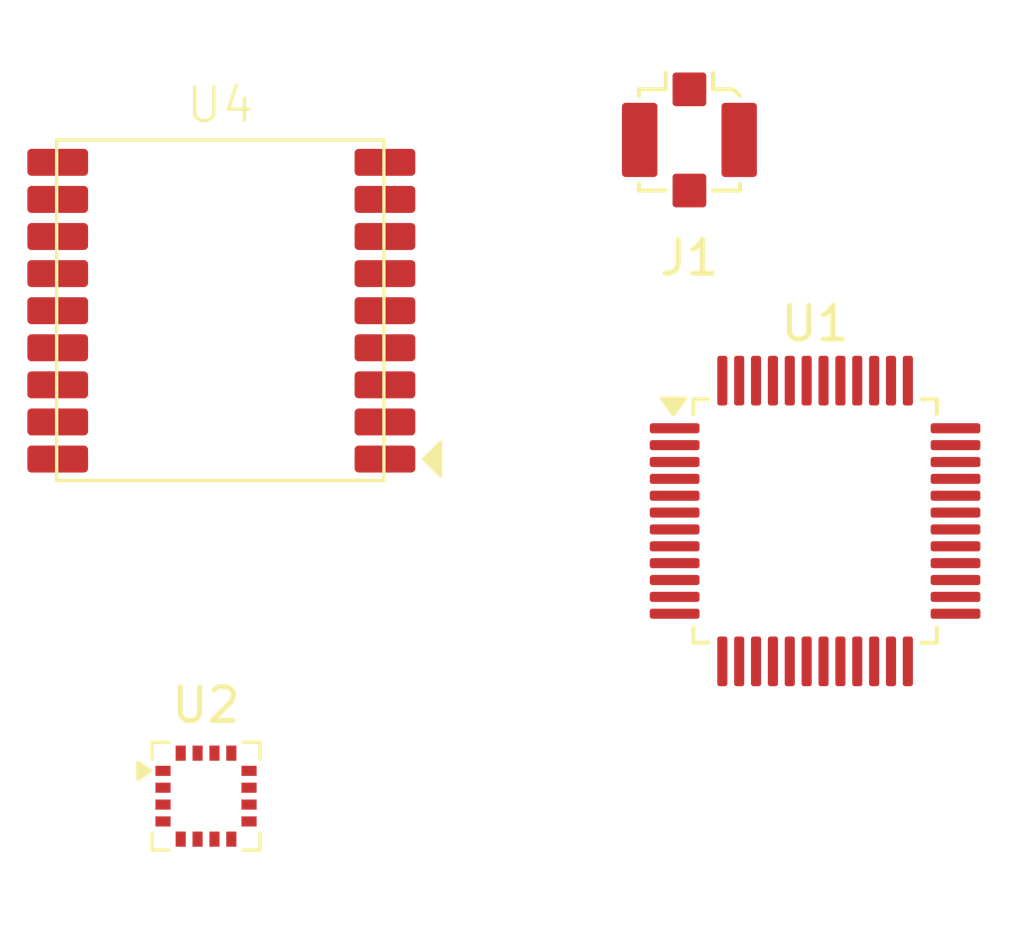
<source format=kicad_pcb>
(kicad_pcb (version 20241229) (generator "pcbnew") (generator_version "9.0")
  (layers (0 "F.Cu" signal) (2 "B.Cu" signal) (13 "F.Paste" user) (15 "B.Paste" user) (5 "F.SilkS" user "F.Silkscreen") (7 "B.SilkS" user "B.Silkscreen") (1 "F.Mask" user) (3 "B.Mask" user) (25 "Edge.Cuts" user))
  (net 0 "")
  (net 4 "/Controller/MCU_nRST")
  (net 5 "/Controller/RTC_OSCOUT")
  (net 7 "/Controller/MCU_OSCIN")
  (net 10 "/Controller/MCU_OSCOUT")
  (net 18 "GND")
  (net 21 "/Controller/RTC_OSCIN")
  (net 24 "+3.3V")
  (net 26 "/Controller/SWDIO")
  (net 31 "/Controller/MCU_BOOT0")
  (net 37 "+BATT")
  (net 39 "/Controller/DIAG_LED_PC13")
  (net 41 "/Controller/SWDCLK")
  (net 43 "SDA")
  (net 44 "SCK")
  (net 45 "Net-(U2-C1)")
  (footprint "Package_LGA:LGA-16_3x3mm_P0.5mm" (layer "F.Cu") (at 130.196 94.9975)
    (property "Reference" "U2" (at 0 -2.7 0) (layer "F.SilkS"))
    (property "Value" "QMC5883P")
    (fp_line (start -1.6 -1.6) (end -1.6 -1.1) (stroke (width 0.1)) (layer "F.SilkS"))
    (fp_line (start -1.6 -1.6) (end -1.1 -1.6) (stroke (width 0.1)) (layer "F.SilkS"))
    (fp_line (start -1.6 1.6) (end -1.6 1.1) (stroke (width 0.1)) (layer "F.SilkS"))
    (fp_line (start -1.6 1.6) (end -1.1 1.6) (stroke (width 0.1)) (layer "F.SilkS"))
    (fp_line (start 1.1 -1.6) (end 1.6 -1.6) (stroke (width 0.1)) (layer "F.SilkS"))
    (fp_line (start 1.6 -1.6) (end 1.6 -1.1) (stroke (width 0.1)) (layer "F.SilkS"))
    (fp_line (start 1.6 1.6) (end 1.1 1.6) (stroke (width 0.1)) (layer "F.SilkS"))
    (fp_line (start 1.6 1.6) (end 1.6 1.1) (stroke (width 0.1)) (layer "F.SilkS"))
    (fp_poly (pts (xy -1.675 -0.75) (xy -2.011 -0.51) (xy -2.011 -0.99) (xy -1.675 -0.75)) (stroke (width 0.12)) (fill yes) (layer "F.SilkS"))
    (pad "1" smd rect (at -1.275 -0.75 90) (size 0.3 0.45) (layers "F.Cu" "F.Mask" "F.Paste") (net 44 "SCK"))
    (pad "2" smd rect (at -1.275 -0.25 90) (size 0.3 0.45) (layers "F.Cu" "F.Mask" "F.Paste") (net 24 "+3.3V"))
    (pad "3" smd rect (at -1.275 0.25 90) (size 0.3 0.45) (layers "F.Cu" "F.Mask" "F.Paste"))
    (pad "4" smd rect (at -1.275 0.75 90) (size 0.3 0.45) (layers "F.Cu" "F.Mask" "F.Paste"))
    (pad "5" smd rect (at -0.75 1.275) (size 0.3 0.45) (layers "F.Cu" "F.Mask" "F.Paste"))
    (pad "6" smd rect (at -0.25 1.275) (size 0.3 0.45) (layers "F.Cu" "F.Mask" "F.Paste"))
    (pad "7" smd rect (at 0.25 1.275) (size 0.3 0.45) (layers "F.Cu" "F.Mask" "F.Paste"))
    (pad "8" smd rect (at 0.75 1.275) (size 0.3 0.45) (layers "F.Cu" "F.Mask" "F.Paste"))
    (pad "9" smd rect (at 1.275 0.75 90) (size 0.3 0.45) (layers "F.Cu" "F.Mask" "F.Paste") (net 18 "GND"))
    (pad "10" smd rect (at 1.275 0.25 90) (size 0.3 0.45) (layers "F.Cu" "F.Mask" "F.Paste") (net 45 "Net-(U2-C1)"))
    (pad "11" smd rect (at 1.275 -0.25 90) (size 0.3 0.45) (layers "F.Cu" "F.Mask" "F.Paste") (net 18 "GND"))
    (pad "12" smd rect (at 1.275 -0.75 90) (size 0.3 0.45) (layers "F.Cu" "F.Mask" "F.Paste"))
    (pad "13" smd rect (at 0.75 -1.275) (size 0.3 0.45) (layers "F.Cu" "F.Mask" "F.Paste"))
    (pad "14" smd rect (at 0.25 -1.275) (size 0.3 0.45) (layers "F.Cu" "F.Mask" "F.Paste"))
    (pad "15" smd rect (at -0.25 -1.275) (size 0.3 0.45) (layers "F.Cu" "F.Mask" "F.Paste"))
    (pad "16" smd rect (at -0.75 -1.275) (size 0.3 0.45) (layers "F.Cu" "F.Mask" "F.Paste") (net 43 "SDA"))
  )
  (footprint "ICs:ATGM336H_SMD_9.7x10.1mm" (layer "F.Cu") (at 130.619162 80.635948)
    (property "Reference" "U4" (at 0 -6.135948 0) (layer "F.SilkS") (effects (font (thickness 0.1))))
    (property "Value" "ATGM336H-5N31")
    (fp_rect (start -4.85 -5.1) (end 4.85 5) (stroke (width 0.1)) (fill no) (layer "F.SilkS"))
    (fp_poly (pts (xy 6.527296 3.863525) (xy 6.527296 4.863525) (xy 6.027296 4.363525)) (stroke (width 0.1)) (fill yes) (layer "F.SilkS"))
    (pad "1" smd roundrect (at 4.880838 4.364052) (size 1.8 0.8) (layers "F.Cu" "F.Mask" "F.Paste") (roundrect_rratio 0.15))
    (pad "2" smd roundrect (at 4.880838 3.264052) (size 1.8 0.8) (layers "F.Cu" "F.Mask" "F.Paste") (roundrect_rratio 0.15))
    (pad "3" smd roundrect (at 4.880838 2.164052) (size 1.8 0.8) (layers "F.Cu" "F.Mask" "F.Paste") (roundrect_rratio 0.15))
    (pad "4" smd roundrect (at 4.880838 1.064052) (size 1.8 0.8) (layers "F.Cu" "F.Mask" "F.Paste") (roundrect_rratio 0.15))
    (pad "5" smd roundrect (at 4.880838 -0.035948) (size 1.8 0.8) (layers "F.Cu" "F.Mask" "F.Paste") (roundrect_rratio 0.15))
    (pad "6" smd roundrect (at 4.880838 -1.135948) (size 1.8 0.8) (layers "F.Cu" "F.Mask" "F.Paste") (roundrect_rratio 0.15))
    (pad "7" smd roundrect (at 4.880838 -2.235948) (size 1.8 0.8) (layers "F.Cu" "F.Mask" "F.Paste") (roundrect_rratio 0.15))
    (pad "8" smd roundrect (at 4.880838 -3.335948) (size 1.8 0.8) (layers "F.Cu" "F.Mask" "F.Paste") (roundrect_rratio 0.15))
    (pad "9" smd roundrect (at 4.880838 -4.435948) (size 1.8 0.8) (layers "F.Cu" "F.Mask" "F.Paste") (roundrect_rratio 0.15))
    (pad "10" smd roundrect (at -4.819162 -4.435948) (size 1.8 0.8) (layers "F.Cu" "F.Mask" "F.Paste") (roundrect_rratio 0.15))
    (pad "11" smd roundrect (at -4.819162 -3.335948) (size 1.8 0.8) (layers "F.Cu" "F.Mask" "F.Paste") (roundrect_rratio 0.15))
    (pad "12" smd roundrect (at -4.819162 -2.235948) (size 1.8 0.8) (layers "F.Cu" "F.Mask" "F.Paste") (roundrect_rratio 0.15))
    (pad "13" smd roundrect (at -4.819162 -1.135948) (size 1.8 0.8) (layers "F.Cu" "F.Mask" "F.Paste") (roundrect_rratio 0.15))
    (pad "14" smd roundrect (at -4.819162 -0.035948) (size 1.8 0.8) (layers "F.Cu" "F.Mask" "F.Paste") (roundrect_rratio 0.15))
    (pad "15" smd roundrect (at -4.819162 1.064052) (size 1.8 0.8) (layers "F.Cu" "F.Mask" "F.Paste") (roundrect_rratio 0.15))
    (pad "16" smd roundrect (at -4.819162 2.164052) (size 1.8 0.8) (layers "F.Cu" "F.Mask" "F.Paste") (roundrect_rratio 0.15))
    (pad "17" smd roundrect (at -4.819162 3.264052) (size 1.8 0.8) (layers "F.Cu" "F.Mask" "F.Paste") (roundrect_rratio 0.15))
    (pad "18" smd roundrect (at -4.819162 4.364052) (size 1.8 0.8) (layers "F.Cu" "F.Mask" "F.Paste") (roundrect_rratio 0.15))
  )
  (footprint "Package_QFP:LQFP-48_7x7mm_P0.5mm" (layer "F.Cu") (at 148.25 86.8375)
    (property "Reference" "U1" (at 0 -5.85 0) (layer "F.SilkS"))
    (property "Value" "STM32F100C4T6")
    (fp_line (start -3.61 -3.61) (end -3.61 -3.16) (stroke (width 0.12)) (layer "F.SilkS"))
    (fp_line (start -3.61 3.61) (end -3.61 3.16) (stroke (width 0.12)) (layer "F.SilkS"))
    (fp_line (start -3.16 -3.61) (end -3.61 -3.61) (stroke (width 0.12)) (layer "F.SilkS"))
    (fp_line (start -3.16 3.61) (end -3.61 3.61) (stroke (width 0.12)) (layer "F.SilkS"))
    (fp_line (start 3.16 -3.61) (end 3.61 -3.61) (stroke (width 0.12)) (layer "F.SilkS"))
    (fp_line (start 3.16 3.61) (end 3.61 3.61) (stroke (width 0.12)) (layer "F.SilkS"))
    (fp_line (start 3.61 -3.61) (end 3.61 -3.16) (stroke (width 0.12)) (layer "F.SilkS"))
    (fp_line (start 3.61 3.61) (end 3.61 3.16) (stroke (width 0.12)) (layer "F.SilkS"))
    (fp_poly (pts (xy -4.2 -3.16) (xy -4.54 -3.63) (xy -3.86 -3.63) (xy -4.2 -3.16)) (stroke (width 0.12)) (fill yes) (layer "F.SilkS"))
    (pad "1" smd roundrect (at -4.1625 -2.75) (size 1.475 0.3) (layers "F.Cu" "F.Mask" "F.Paste") (net 37 "+BATT"))
    (pad "2" smd roundrect (at -4.1625 -2.25) (size 1.475 0.3) (layers "F.Cu" "F.Mask" "F.Paste") (net 39 "/Controller/DIAG_LED_PC13"))
    (pad "3" smd roundrect (at -4.1625 -1.75) (size 1.475 0.3) (layers "F.Cu" "F.Mask" "F.Paste") (net 21 "/Controller/RTC_OSCIN"))
    (pad "4" smd roundrect (at -4.1625 -1.25) (size 1.475 0.3) (layers "F.Cu" "F.Mask" "F.Paste") (net 5 "/Controller/RTC_OSCOUT"))
    (pad "5" smd roundrect (at -4.1625 -0.75) (size 1.475 0.3) (layers "F.Cu" "F.Mask" "F.Paste") (net 7 "/Controller/MCU_OSCIN"))
    (pad "6" smd roundrect (at -4.1625 -0.25) (size 1.475 0.3) (layers "F.Cu" "F.Mask" "F.Paste") (net 10 "/Controller/MCU_OSCOUT"))
    (pad "7" smd roundrect (at -4.1625 0.25) (size 1.475 0.3) (layers "F.Cu" "F.Mask" "F.Paste") (net 4 "/Controller/MCU_nRST"))
    (pad "8" smd roundrect (at -4.1625 0.75) (size 1.475 0.3) (layers "F.Cu" "F.Mask" "F.Paste") (net 18 "GND"))
    (pad "9" smd roundrect (at -4.1625 1.25) (size 1.475 0.3) (layers "F.Cu" "F.Mask" "F.Paste") (net 24 "+3.3V"))
    (pad "10" smd roundrect (at -4.1625 1.75) (size 1.475 0.3) (layers "F.Cu" "F.Mask" "F.Paste"))
    (pad "11" smd roundrect (at -4.1625 2.25) (size 1.475 0.3) (layers "F.Cu" "F.Mask" "F.Paste"))
    (pad "12" smd roundrect (at -4.1625 2.75) (size 1.475 0.3) (layers "F.Cu" "F.Mask" "F.Paste"))
    (pad "13" smd roundrect (at -2.75 4.1625) (size 0.3 1.475) (layers "F.Cu" "F.Mask" "F.Paste"))
    (pad "14" smd roundrect (at -2.25 4.1625) (size 0.3 1.475) (layers "F.Cu" "F.Mask" "F.Paste"))
    (pad "15" smd roundrect (at -1.75 4.1625) (size 0.3 1.475) (layers "F.Cu" "F.Mask" "F.Paste"))
    (pad "16" smd roundrect (at -1.25 4.1625) (size 0.3 1.475) (layers "F.Cu" "F.Mask" "F.Paste"))
    (pad "17" smd roundrect (at -0.75 4.1625) (size 0.3 1.475) (layers "F.Cu" "F.Mask" "F.Paste"))
    (pad "18" smd roundrect (at -0.25 4.1625) (size 0.3 1.475) (layers "F.Cu" "F.Mask" "F.Paste"))
    (pad "19" smd roundrect (at 0.25 4.1625) (size 0.3 1.475) (layers "F.Cu" "F.Mask" "F.Paste"))
    (pad "20" smd roundrect (at 0.75 4.1625) (size 0.3 1.475) (layers "F.Cu" "F.Mask" "F.Paste"))
    (pad "21" smd roundrect (at 1.25 4.1625) (size 0.3 1.475) (layers "F.Cu" "F.Mask" "F.Paste") (net 44 "SCK"))
    (pad "22" smd roundrect (at 1.75 4.1625) (size 0.3 1.475) (layers "F.Cu" "F.Mask" "F.Paste") (net 43 "SDA"))
    (pad "23" smd roundrect (at 2.25 4.1625) (size 0.3 1.475) (layers "F.Cu" "F.Mask" "F.Paste") (net 18 "GND"))
    (pad "24" smd roundrect (at 2.75 4.1625) (size 0.3 1.475) (layers "F.Cu" "F.Mask" "F.Paste") (net 24 "+3.3V"))
    (pad "25" smd roundrect (at 4.1625 2.75) (size 1.475 0.3) (layers "F.Cu" "F.Mask" "F.Paste"))
    (pad "26" smd roundrect (at 4.1625 2.25) (size 1.475 0.3) (layers "F.Cu" "F.Mask" "F.Paste"))
    (pad "27" smd roundrect (at 4.1625 1.75) (size 1.475 0.3) (layers "F.Cu" "F.Mask" "F.Paste"))
    (pad "28" smd roundrect (at 4.1625 1.25) (size 1.475 0.3) (layers "F.Cu" "F.Mask" "F.Paste"))
    (pad "29" smd roundrect (at 4.1625 0.75) (size 1.475 0.3) (layers "F.Cu" "F.Mask" "F.Paste"))
    (pad "30" smd roundrect (at 4.1625 0.25) (size 1.475 0.3) (layers "F.Cu" "F.Mask" "F.Paste"))
    (pad "31" smd roundrect (at 4.1625 -0.25) (size 1.475 0.3) (layers "F.Cu" "F.Mask" "F.Paste"))
    (pad "32" smd roundrect (at 4.1625 -0.75) (size 1.475 0.3) (layers "F.Cu" "F.Mask" "F.Paste"))
    (pad "33" smd roundrect (at 4.1625 -1.25) (size 1.475 0.3) (layers "F.Cu" "F.Mask" "F.Paste"))
    (pad "34" smd roundrect (at 4.1625 -1.75) (size 1.475 0.3) (layers "F.Cu" "F.Mask" "F.Paste") (net 26 "/Controller/SWDIO"))
    (pad "35" smd roundrect (at 4.1625 -2.25) (size 1.475 0.3) (layers "F.Cu" "F.Mask" "F.Paste") (net 18 "GND"))
    (pad "36" smd roundrect (at 4.1625 -2.75) (size 1.475 0.3) (layers "F.Cu" "F.Mask" "F.Paste") (net 24 "+3.3V"))
    (pad "37" smd roundrect (at 2.75 -4.1625) (size 0.3 1.475) (layers "F.Cu" "F.Mask" "F.Paste") (net 41 "/Controller/SWDCLK"))
    (pad "38" smd roundrect (at 2.25 -4.1625) (size 0.3 1.475) (layers "F.Cu" "F.Mask" "F.Paste"))
    (pad "39" smd roundrect (at 1.75 -4.1625) (size 0.3 1.475) (layers "F.Cu" "F.Mask" "F.Paste"))
    (pad "40" smd roundrect (at 1.25 -4.1625) (size 0.3 1.475) (layers "F.Cu" "F.Mask" "F.Paste"))
    (pad "41" smd roundrect (at 0.75 -4.1625) (size 0.3 1.475) (layers "F.Cu" "F.Mask" "F.Paste"))
    (pad "42" smd roundrect (at 0.25 -4.1625) (size 0.3 1.475) (layers "F.Cu" "F.Mask" "F.Paste"))
    (pad "43" smd roundrect (at -0.25 -4.1625) (size 0.3 1.475) (layers "F.Cu" "F.Mask" "F.Paste"))
    (pad "44" smd roundrect (at -0.75 -4.1625) (size 0.3 1.475) (layers "F.Cu" "F.Mask" "F.Paste") (net 31 "/Controller/MCU_BOOT0"))
    (pad "45" smd roundrect (at -1.25 -4.1625) (size 0.3 1.475) (layers "F.Cu" "F.Mask" "F.Paste"))
    (pad "46" smd roundrect (at -1.75 -4.1625) (size 0.3 1.475) (layers "F.Cu" "F.Mask" "F.Paste"))
    (pad "47" smd roundrect (at -2.25 -4.1625) (size 0.3 1.475) (layers "F.Cu" "F.Mask" "F.Paste") (net 18 "GND"))
    (pad "48" smd roundrect (at -2.75 -4.1625) (size 0.3 1.475) (layers "F.Cu" "F.Mask" "F.Paste") (net 24 "+3.3V"))
  )
  (footprint "Connector_Coaxial:U.FL_Molex_MCRF_73412-0110_Vertical" (layer "F.Cu") (at 144.525 75.535948)
    (property "Reference" "J1" (at 0 3.5 0) (layer "F.SilkS"))
    (property "Value" "Conn_Coaxial_Small")
    (fp_line (start -1.5 -1.5) (end -0.7 -1.5) (stroke (width 0.12)) (layer "F.SilkS"))
    (fp_line (start -1.5 -1.3) (end -1.5 -1.5) (stroke (width 0.12)) (layer "F.SilkS"))
    (fp_line (start -1.5 1.5) (end -1.5 1.3) (stroke (width 0.12)) (layer "F.SilkS"))
    (fp_line (start -0.7 -1.5) (end -0.7 -2) (stroke (width 0.12)) (layer "F.SilkS"))
    (fp_line (start -0.7 1.5) (end -1.5 1.5) (stroke (width 0.12)) (layer "F.SilkS"))
    (fp_line (start 0.7 -1.5) (end 0.7 -2) (stroke (width 0.12)) (layer "F.SilkS"))
    (fp_line (start 0.7 -1.5) (end 1.3 -1.5) (stroke (width 0.12)) (layer "F.SilkS"))
    (fp_line (start 1.3 -1.5) (end 1.5 -1.3) (stroke (width 0.12)) (layer "F.SilkS"))
    (fp_line (start 1.5 1.3) (end 1.5 1.5) (stroke (width 0.12)) (layer "F.SilkS"))
    (fp_line (start 1.5 1.5) (end 0.7 1.5) (stroke (width 0.12)) (layer "F.SilkS"))
    (pad "1" smd roundrect (at 0 1.5 180) (size 1 1) (layers "F.Cu" "F.Mask" "F.Paste") (roundrect_rratio 0.1))
    (pad "2" smd roundrect (at -1.475 0 180) (size 1.05 2.2) (layers "F.Cu" "F.Mask" "F.Paste") (roundrect_rratio 0.1))
    (pad "2" smd roundrect (at 0 -1.5 180) (size 1 1) (layers "F.Cu" "F.Mask" "F.Paste") (roundrect_rratio 0.1))
    (pad "2" smd roundrect (at 1.475 0 180) (size 1.05 2.2) (layers "F.Cu" "F.Mask" "F.Paste") (roundrect_rratio 0.1))
  )
)
</source>
